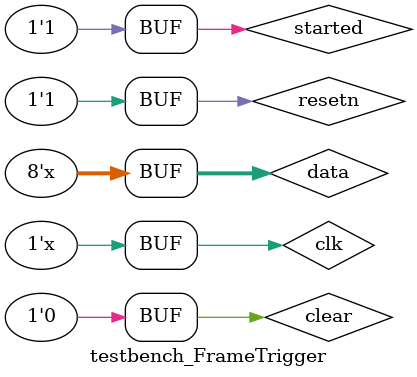
<source format=v>
`timescale 1ns / 1ps
module testbench_FrameTrigger();

reg clk = 0;
reg resetn = 0;
reg [7:0] data = 127;
reg d = 1;
parameter dd = 48;
reg clear = 0;
wire trigger;

reg started = 0;

always #1 clk <= ~clk;

always #2 begin
    if (started) begin
        if (data == 8'hff - dd) d = 0;
        if (data == 8'h00 + dd) d = 1;
        // data <= ((data == 8'hff || data == 8'h00) ? 127 : (d ? data + 8'd1 : data - 8'd1));
        data <= (d ? data + dd : data - dd);
    end
    else begin
        data <= 127;
    end
end

// always @(posedge trigger) begin
//     #4
//     clear <= 1;
//     #4
//     clear <= 0; 
// end

initial begin
    #4 resetn <= 1;

    #20 started <= 1;
end

always #300 begin
    clear <= 1;
    #40
    clear <= 0;
end

FrameTriggerWrapper frame_trigger_0 (
    .io_clock(clk),
    .io_resetN(resetn),
    .io_in_clear(clear),
    .io_in_data(data),
    .io_out_trigger(trigger)
);

endmodule

</source>
